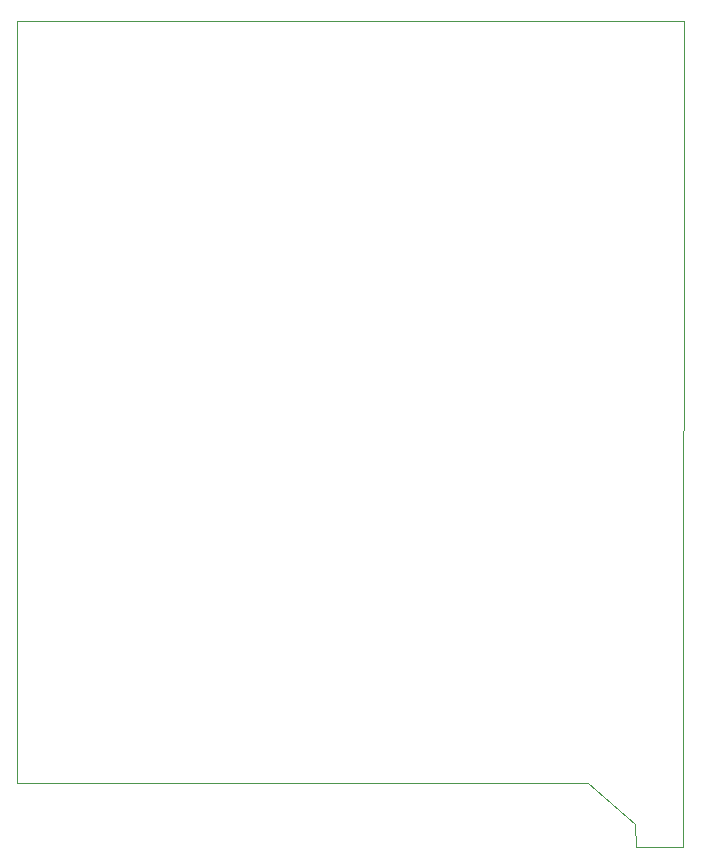
<source format=gm1>
G04 #@! TF.GenerationSoftware,KiCad,Pcbnew,8.0.5*
G04 #@! TF.CreationDate,2024-10-14T11:26:22+05:00*
G04 #@! TF.ProjectId,2floor_for_orange_pi,32666c6f-6f72-45f6-966f-725f6f72616e,rev?*
G04 #@! TF.SameCoordinates,Original*
G04 #@! TF.FileFunction,Profile,NP*
%FSLAX46Y46*%
G04 Gerber Fmt 4.6, Leading zero omitted, Abs format (unit mm)*
G04 Created by KiCad (PCBNEW 8.0.5) date 2024-10-14 11:26:22*
%MOMM*%
%LPD*%
G01*
G04 APERTURE LIST*
G04 #@! TA.AperFunction,Profile*
%ADD10C,0.050000*%
G04 #@! TD*
G04 APERTURE END LIST*
D10*
X72520000Y-85950000D02*
X76540000Y-85950000D01*
X76540000Y-85950000D02*
X76640000Y-16020000D01*
X68500000Y-80550000D02*
X72450000Y-83980000D01*
X76640000Y-16020000D02*
X20180000Y-16020000D01*
X20150000Y-80540000D02*
X68500000Y-80550000D01*
X72450000Y-83980000D02*
X72520000Y-85950000D01*
X20180000Y-16020000D02*
X20150000Y-80540000D01*
M02*

</source>
